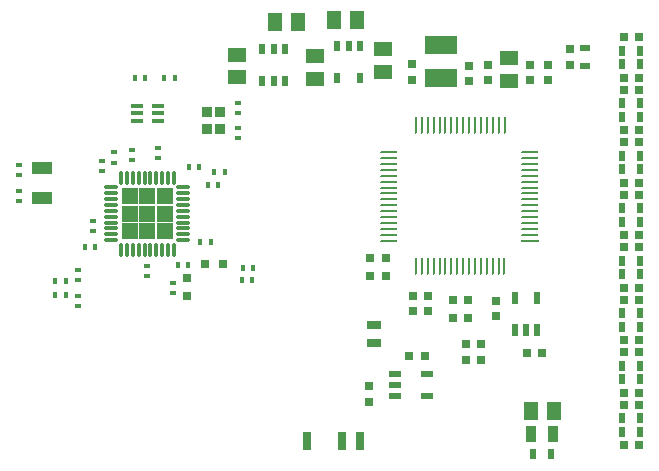
<source format=gtp>
G04 (created by PCBNEW (2013-07-07 BZR 4022)-stable) date 2/4/2015 10:54:45 AM*
%MOIN*%
G04 Gerber Fmt 3.4, Leading zero omitted, Abs format*
%FSLAX34Y34*%
G01*
G70*
G90*
G04 APERTURE LIST*
%ADD10C,0.00590551*%
%ADD11R,0.06X0.0098*%
%ADD12O,0.06X0.0098*%
%ADD13O,0.0098X0.06*%
%ADD14R,0.035X0.055*%
%ADD15R,0.045X0.025*%
%ADD16R,0.0236X0.0157*%
%ADD17R,0.0157X0.0236*%
%ADD18R,0.0708661X0.0393701*%
%ADD19R,0.0334646X0.0374016*%
%ADD20R,0.106X0.063*%
%ADD21R,0.059X0.0512*%
%ADD22R,0.0512X0.059*%
%ADD23R,0.0393701X0.0137795*%
%ADD24R,0.019685X0.0374016*%
%ADD25R,0.0433071X0.023622*%
%ADD26R,0.023622X0.0433071*%
%ADD27R,0.019685X0.0354331*%
%ADD28R,0.0354331X0.019685*%
%ADD29R,0.0275591X0.0314961*%
%ADD30R,0.0314961X0.0275591*%
%ADD31R,0.0275591X0.0590551*%
%ADD32R,0.0314961X0.0314961*%
%ADD33R,0.023622X0.0177165*%
%ADD34R,0.0177165X0.023622*%
%ADD35O,0.0165354X0.0448819*%
%ADD36O,0.0448819X0.0165354*%
%ADD37R,0.0527559X0.0527559*%
G04 APERTURE END LIST*
G54D10*
G54D11*
X124236Y-63301D03*
G54D12*
X124236Y-63104D03*
X124236Y-62907D03*
X124236Y-62710D03*
X124236Y-62513D03*
X124236Y-62317D03*
X124236Y-62120D03*
X124236Y-61923D03*
X124236Y-61726D03*
X124236Y-61529D03*
X124236Y-61332D03*
X124236Y-61136D03*
X124236Y-60939D03*
X124236Y-60742D03*
X124236Y-60545D03*
X124236Y-60348D03*
G54D13*
X123401Y-59450D03*
X123204Y-59450D03*
X123007Y-59450D03*
X122810Y-59450D03*
X122613Y-59450D03*
X122417Y-59450D03*
X122220Y-59450D03*
X122023Y-59450D03*
X121826Y-59450D03*
X121629Y-59450D03*
X121432Y-59450D03*
X121236Y-59450D03*
X121039Y-59450D03*
X120842Y-59450D03*
X120645Y-59450D03*
X120448Y-59450D03*
G54D12*
X119550Y-60348D03*
X119550Y-60545D03*
X119550Y-60742D03*
X119550Y-60939D03*
X119550Y-61136D03*
X119550Y-61332D03*
X119550Y-61529D03*
X119550Y-61726D03*
X119550Y-61923D03*
X119550Y-62120D03*
X119550Y-62317D03*
X119550Y-62513D03*
X119550Y-62710D03*
X119550Y-62907D03*
X119550Y-63104D03*
X119550Y-63301D03*
G54D13*
X120448Y-64136D03*
X120645Y-64136D03*
X121039Y-64136D03*
X120842Y-64143D03*
X121236Y-64136D03*
X121432Y-64136D03*
X121629Y-64136D03*
X121826Y-64136D03*
X122023Y-64136D03*
X122220Y-64136D03*
X122414Y-64136D03*
X122611Y-64136D03*
X122808Y-64136D03*
X123005Y-64136D03*
X123201Y-64136D03*
X123398Y-64136D03*
G54D14*
X125025Y-69750D03*
X124275Y-69750D03*
G54D15*
X119050Y-66125D03*
X119050Y-66725D03*
G54D16*
X110400Y-60702D03*
X110400Y-60348D03*
G54D17*
X108423Y-64650D03*
X108777Y-64650D03*
X108423Y-65100D03*
X108777Y-65100D03*
X113723Y-61000D03*
X114077Y-61000D03*
G54D16*
X112350Y-65052D03*
X112350Y-64698D03*
G54D17*
X113602Y-63350D03*
X113248Y-63350D03*
X114673Y-64200D03*
X115027Y-64200D03*
X112048Y-57875D03*
X112402Y-57875D03*
G54D18*
X107975Y-61867D03*
X107975Y-60882D03*
G54D19*
X113473Y-59014D03*
X113473Y-59585D03*
X113926Y-59014D03*
X113926Y-59585D03*
G54D20*
X121275Y-57875D03*
X121275Y-56775D03*
G54D21*
X114468Y-57855D03*
X114468Y-57105D03*
G54D22*
X115766Y-56003D03*
X116516Y-56003D03*
X117725Y-55950D03*
X118475Y-55950D03*
G54D21*
X119355Y-57664D03*
X119355Y-56914D03*
X117076Y-57904D03*
X117076Y-57154D03*
G54D22*
X125050Y-68975D03*
X124300Y-68975D03*
G54D21*
X123550Y-57975D03*
X123550Y-57225D03*
G54D23*
X111145Y-58794D03*
X111145Y-59050D03*
X111145Y-59305D03*
X111854Y-59305D03*
X111854Y-59050D03*
X111854Y-58794D03*
G54D24*
X115331Y-57970D03*
X115705Y-57970D03*
X116079Y-57970D03*
X116079Y-56907D03*
X115705Y-56907D03*
X115331Y-56907D03*
G54D25*
X120812Y-68481D03*
X120812Y-67733D03*
X119750Y-67733D03*
X119750Y-68107D03*
X119750Y-68481D03*
G54D26*
X124488Y-65216D03*
X123740Y-65216D03*
X123740Y-66279D03*
X124114Y-66279D03*
X124488Y-66279D03*
G54D24*
X117831Y-57871D03*
X118579Y-57871D03*
X118579Y-56808D03*
X118205Y-56808D03*
X117831Y-56808D03*
G54D27*
X127329Y-69225D03*
X127920Y-69225D03*
X127329Y-69675D03*
X127920Y-69675D03*
X127329Y-67475D03*
X127920Y-67475D03*
X127329Y-67925D03*
X127920Y-67925D03*
X127329Y-60925D03*
X127920Y-60925D03*
X127329Y-60475D03*
X127920Y-60475D03*
X127329Y-64425D03*
X127920Y-64425D03*
X127329Y-56975D03*
X127920Y-56975D03*
X127329Y-57425D03*
X127920Y-57425D03*
G54D28*
X126075Y-56879D03*
X126075Y-57470D03*
G54D27*
X124945Y-70425D03*
X124354Y-70425D03*
X127329Y-58725D03*
X127920Y-58725D03*
X127329Y-59175D03*
X127920Y-59175D03*
X127329Y-63975D03*
X127920Y-63975D03*
X127329Y-62225D03*
X127920Y-62225D03*
X127329Y-62675D03*
X127920Y-62675D03*
X127329Y-66175D03*
X127920Y-66175D03*
X127329Y-65725D03*
X127920Y-65725D03*
G54D29*
X127369Y-66625D03*
X127880Y-66625D03*
X127369Y-65275D03*
X127880Y-65275D03*
X127369Y-64875D03*
X127880Y-64875D03*
X127369Y-63525D03*
X127880Y-63525D03*
X127369Y-67025D03*
X127880Y-67025D03*
X127369Y-68375D03*
X127880Y-68375D03*
X127369Y-63125D03*
X127880Y-63125D03*
X127369Y-61775D03*
X127880Y-61775D03*
X127369Y-68775D03*
X127880Y-68775D03*
X127369Y-70125D03*
X127880Y-70125D03*
X127369Y-61375D03*
X127880Y-61375D03*
X127369Y-60025D03*
X127880Y-60025D03*
X127369Y-57875D03*
X127880Y-57875D03*
X127369Y-58275D03*
X127880Y-58275D03*
G54D30*
X125600Y-57430D03*
X125600Y-56919D03*
G54D29*
X127369Y-59625D03*
X127880Y-59625D03*
X127369Y-56525D03*
X127880Y-56525D03*
G54D31*
X116814Y-69964D03*
X117995Y-69964D03*
X118585Y-69964D03*
G54D32*
X112825Y-65145D03*
X112825Y-64554D03*
X114020Y-64075D03*
X113429Y-64075D03*
G54D30*
X122850Y-57955D03*
X122850Y-57444D03*
X123129Y-65295D03*
X123129Y-65807D03*
X120350Y-65144D03*
X120350Y-65655D03*
X120866Y-65137D03*
X120866Y-65649D03*
X122225Y-57980D03*
X122225Y-57469D03*
G54D29*
X121669Y-65875D03*
X122180Y-65875D03*
X121669Y-65275D03*
X122180Y-65275D03*
G54D30*
X120325Y-57930D03*
X120325Y-57419D03*
X124850Y-57955D03*
X124850Y-57444D03*
X124250Y-57955D03*
X124250Y-57444D03*
G54D29*
X119442Y-64474D03*
X118930Y-64474D03*
X119442Y-63874D03*
X118930Y-63874D03*
X120737Y-67157D03*
X120225Y-67157D03*
X122618Y-67283D03*
X122106Y-67283D03*
X122618Y-66732D03*
X122106Y-66732D03*
G54D30*
X118881Y-68151D03*
X118881Y-68663D03*
G54D29*
X124665Y-67027D03*
X124153Y-67027D03*
G54D33*
X109975Y-60967D03*
X109975Y-60632D03*
G54D34*
X112507Y-64125D03*
X112842Y-64125D03*
G54D33*
X111000Y-60617D03*
X111000Y-60282D03*
X111475Y-64157D03*
X111475Y-64492D03*
G54D34*
X114657Y-64625D03*
X114992Y-64625D03*
G54D33*
X111850Y-60542D03*
X111850Y-60207D03*
G54D34*
X112882Y-60850D03*
X113217Y-60850D03*
X111417Y-57875D03*
X111082Y-57875D03*
X109742Y-63525D03*
X109407Y-63525D03*
X113532Y-61450D03*
X113867Y-61450D03*
G54D33*
X109200Y-64282D03*
X109200Y-64617D03*
X109200Y-65132D03*
X109200Y-65467D03*
X109700Y-62992D03*
X109700Y-62657D03*
X107225Y-61967D03*
X107225Y-61632D03*
X107225Y-60782D03*
X107225Y-61117D03*
X114525Y-58707D03*
X114525Y-59042D03*
X114525Y-59892D03*
X114525Y-59557D03*
G54D35*
X110614Y-63600D03*
X110811Y-63600D03*
X111007Y-63600D03*
X111204Y-63600D03*
X111401Y-63600D03*
X111598Y-63600D03*
X111795Y-63600D03*
X111992Y-63600D03*
X112188Y-63600D03*
X112385Y-63600D03*
G54D36*
X112700Y-63285D03*
X112700Y-63088D03*
X112700Y-62892D03*
X112700Y-62695D03*
X112700Y-62498D03*
X112700Y-62301D03*
X112700Y-62104D03*
X112700Y-61907D03*
X112700Y-61711D03*
X112700Y-61514D03*
G54D35*
X112385Y-61199D03*
X112188Y-61199D03*
X111992Y-61199D03*
X111795Y-61199D03*
X111598Y-61199D03*
X111401Y-61199D03*
X111204Y-61199D03*
X111007Y-61199D03*
X110811Y-61199D03*
X110614Y-61199D03*
G54D36*
X110299Y-61514D03*
X110299Y-61711D03*
X110299Y-61907D03*
X110299Y-62104D03*
X110299Y-62301D03*
X110299Y-62498D03*
X110299Y-62695D03*
X110299Y-62892D03*
X110299Y-63088D03*
X110299Y-63285D03*
G54D37*
X111500Y-62400D03*
X111500Y-61809D03*
X110909Y-61809D03*
X110909Y-62400D03*
X110909Y-62990D03*
X111500Y-62990D03*
X112090Y-62990D03*
X112090Y-62400D03*
X112090Y-61809D03*
M02*

</source>
